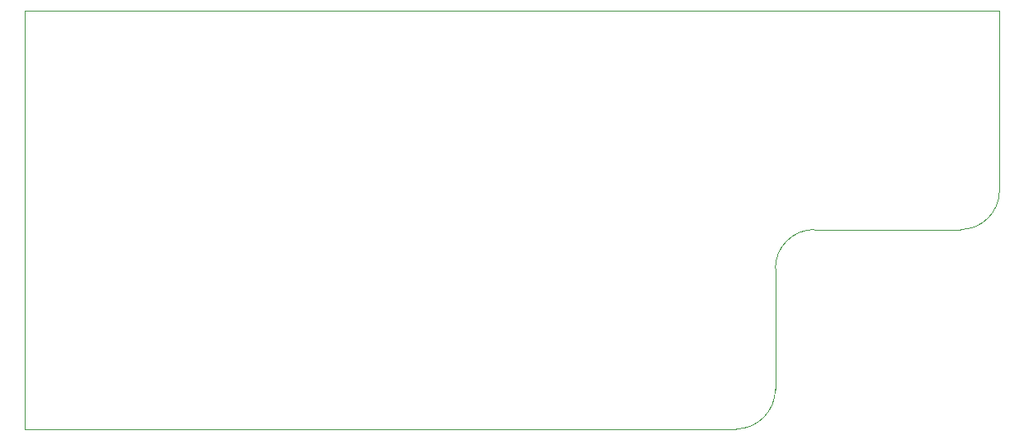
<source format=gbr>
%TF.GenerationSoftware,KiCad,Pcbnew,(6.0.7-1)-1*%
%TF.CreationDate,2022-11-03T21:10:23+11:00*%
%TF.ProjectId,case-connector,63617365-2d63-46f6-9e6e-6563746f722e,rev?*%
%TF.SameCoordinates,Original*%
%TF.FileFunction,Profile,NP*%
%FSLAX46Y46*%
G04 Gerber Fmt 4.6, Leading zero omitted, Abs format (unit mm)*
G04 Created by KiCad (PCBNEW (6.0.7-1)-1) date 2022-11-03 21:10:23*
%MOMM*%
%LPD*%
G01*
G04 APERTURE LIST*
%TA.AperFunction,Profile*%
%ADD10C,0.100000*%
%TD*%
G04 APERTURE END LIST*
D10*
X157000000Y-74500000D02*
G75*
G03*
X161000000Y-70500000I0J4000000D01*
G01*
X142000000Y-74500000D02*
G75*
G03*
X138000000Y-78500000I0J-4000000D01*
G01*
X134000000Y-95000000D02*
G75*
G03*
X138000000Y-90921573I-79196J4078427D01*
G01*
X61000000Y-95000000D02*
X61000000Y-52000000D01*
X134000000Y-95000000D02*
X61000000Y-95000000D01*
X161000000Y-52000000D02*
X161000000Y-70500000D01*
X61000000Y-52000000D02*
X161000000Y-52000000D01*
X157000000Y-74500000D02*
X142000000Y-74500000D01*
X138000000Y-90921573D02*
X138000000Y-78500000D01*
M02*

</source>
